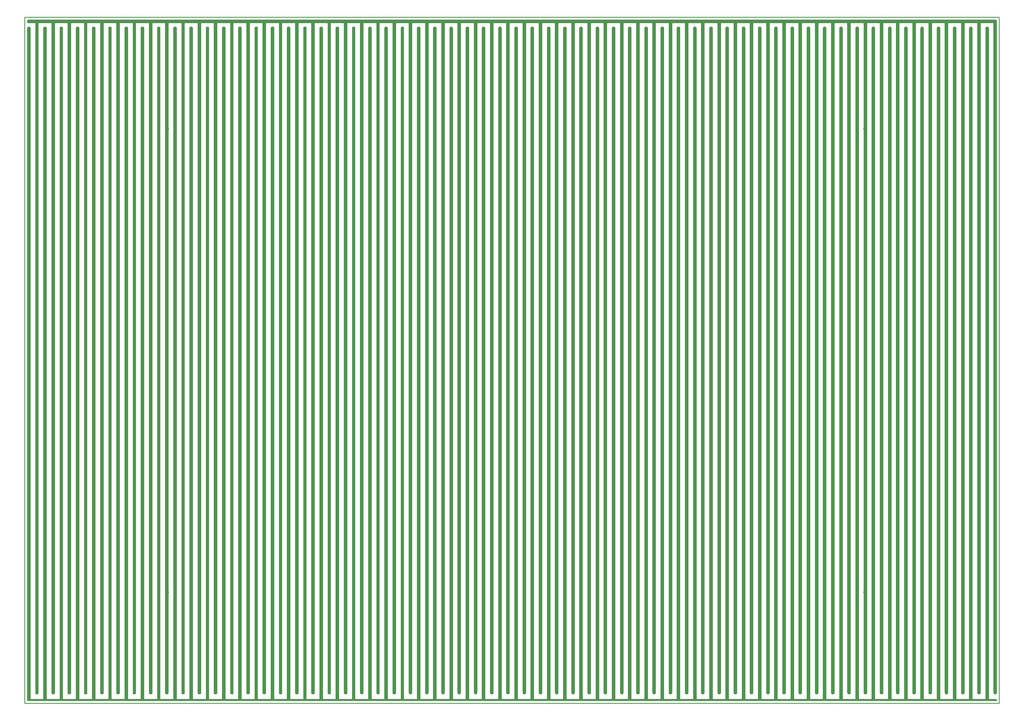
<source format=gtl>
G04 #@! TF.GenerationSoftware,KiCad,Pcbnew,6.0.0-d3dd2cf0fa~116~ubuntu20.04.1*
G04 #@! TF.CreationDate,2022-01-09T22:40:41+01:00*
G04 #@! TF.ProjectId,Statikplatte,53746174-696b-4706-9c61-7474652e6b69,rev?*
G04 #@! TF.SameCoordinates,Original*
G04 #@! TF.FileFunction,Copper,L1,Top*
G04 #@! TF.FilePolarity,Positive*
%FSLAX46Y46*%
G04 Gerber Fmt 4.6, Leading zero omitted, Abs format (unit mm)*
G04 Created by KiCad (PCBNEW 6.0.0-d3dd2cf0fa~116~ubuntu20.04.1) date 2022-01-09 22:40:41*
%MOMM*%
%LPD*%
G01*
G04 APERTURE LIST*
G04 #@! TA.AperFunction,Profile*
%ADD10C,0.150000*%
G04 #@! TD*
G04 #@! TA.AperFunction,ComponentPad*
%ADD11O,0.900000X0.900000*%
G04 #@! TD*
G04 #@! TA.AperFunction,ViaPad*
%ADD12C,0.600000*%
G04 #@! TD*
G04 APERTURE END LIST*
D10*
X15000000Y-15000000D02*
X225000000Y-15000000D01*
X225000000Y-15000000D02*
X225000000Y-163000000D01*
X15000000Y-163000000D02*
X225000000Y-163000000D01*
X15000000Y-15000000D02*
X15000000Y-163000000D01*
D11*
X45625000Y-39000000D03*
X196125000Y-139000000D03*
X196125000Y-39000000D03*
X45625000Y-139000000D03*
D12*
X134880000Y-162100000D03*
X134890000Y-21060000D03*
X105110000Y-15910000D03*
X105120000Y-156250000D03*
G04 #@! TA.AperFunction,Conductor*
G36*
X224212172Y-15502421D02*
G01*
X224290225Y-15517947D01*
X224335642Y-15536759D01*
X224391295Y-15573945D01*
X224426055Y-15608705D01*
X224463241Y-15664358D01*
X224482054Y-15709777D01*
X224497579Y-15787829D01*
X224500000Y-15812410D01*
X224500000Y-160687590D01*
X224497579Y-160712171D01*
X224482054Y-160790223D01*
X224463241Y-160835642D01*
X224426056Y-160891294D01*
X224391295Y-160926055D01*
X224335642Y-160963241D01*
X224290225Y-160982053D01*
X224221876Y-160995649D01*
X224212171Y-160997579D01*
X224187590Y-161000000D01*
X224062410Y-161000000D01*
X224037829Y-160997579D01*
X224028124Y-160995649D01*
X223959775Y-160982053D01*
X223914358Y-160963241D01*
X223858705Y-160926055D01*
X223823944Y-160891294D01*
X223786759Y-160835642D01*
X223767946Y-160790223D01*
X223752421Y-160712171D01*
X223750000Y-160687590D01*
X223750000Y-16250000D01*
X221000000Y-16250000D01*
X221000000Y-160687590D01*
X220997579Y-160712171D01*
X220982054Y-160790223D01*
X220963241Y-160835642D01*
X220926056Y-160891294D01*
X220891295Y-160926055D01*
X220835642Y-160963241D01*
X220790225Y-160982053D01*
X220721876Y-160995649D01*
X220712171Y-160997579D01*
X220687590Y-161000000D01*
X220562410Y-161000000D01*
X220537829Y-160997579D01*
X220528124Y-160995649D01*
X220459775Y-160982053D01*
X220414358Y-160963241D01*
X220358705Y-160926055D01*
X220323944Y-160891294D01*
X220286759Y-160835642D01*
X220267946Y-160790223D01*
X220252421Y-160712171D01*
X220250000Y-160687590D01*
X220250000Y-16250000D01*
X217500000Y-16250000D01*
X217500000Y-160687590D01*
X217497579Y-160712171D01*
X217482054Y-160790223D01*
X217463241Y-160835642D01*
X217426056Y-160891294D01*
X217391295Y-160926055D01*
X217335642Y-160963241D01*
X217290225Y-160982053D01*
X217221876Y-160995649D01*
X217212171Y-160997579D01*
X217187590Y-161000000D01*
X217062410Y-161000000D01*
X217037829Y-160997579D01*
X217028124Y-160995649D01*
X216959775Y-160982053D01*
X216914358Y-160963241D01*
X216858705Y-160926055D01*
X216823944Y-160891294D01*
X216786759Y-160835642D01*
X216767946Y-160790223D01*
X216752421Y-160712171D01*
X216750000Y-160687590D01*
X216750000Y-16250000D01*
X214000000Y-16250000D01*
X214000000Y-160687590D01*
X213997579Y-160712171D01*
X213982054Y-160790223D01*
X213963241Y-160835642D01*
X213926056Y-160891294D01*
X213891295Y-160926055D01*
X213835642Y-160963241D01*
X213790225Y-160982053D01*
X213721876Y-160995649D01*
X213712171Y-160997579D01*
X213687590Y-161000000D01*
X213562410Y-161000000D01*
X213537829Y-160997579D01*
X213528124Y-160995649D01*
X213459775Y-160982053D01*
X213414358Y-160963241D01*
X213358705Y-160926055D01*
X213323944Y-160891294D01*
X213286759Y-160835642D01*
X213267946Y-160790223D01*
X213252421Y-160712171D01*
X213250000Y-160687590D01*
X213250000Y-16250000D01*
X210500000Y-16250000D01*
X210500000Y-160687590D01*
X210497579Y-160712171D01*
X210482054Y-160790223D01*
X210463241Y-160835642D01*
X210426056Y-160891294D01*
X210391295Y-160926055D01*
X210335642Y-160963241D01*
X210290225Y-160982053D01*
X210221876Y-160995649D01*
X210212171Y-160997579D01*
X210187590Y-161000000D01*
X210062410Y-161000000D01*
X210037829Y-160997579D01*
X210028124Y-160995649D01*
X209959775Y-160982053D01*
X209914358Y-160963241D01*
X209858705Y-160926055D01*
X209823944Y-160891294D01*
X209786759Y-160835642D01*
X209767946Y-160790223D01*
X209752421Y-160712171D01*
X209750000Y-160687590D01*
X209750000Y-16250000D01*
X207000000Y-16250000D01*
X207000000Y-160687590D01*
X206997579Y-160712171D01*
X206982054Y-160790223D01*
X206963241Y-160835642D01*
X206926056Y-160891294D01*
X206891295Y-160926055D01*
X206835642Y-160963241D01*
X206790225Y-160982053D01*
X206721876Y-160995649D01*
X206712171Y-160997579D01*
X206687590Y-161000000D01*
X206562410Y-161000000D01*
X206537829Y-160997579D01*
X206528124Y-160995649D01*
X206459775Y-160982053D01*
X206414358Y-160963241D01*
X206358705Y-160926055D01*
X206323944Y-160891294D01*
X206286759Y-160835642D01*
X206267946Y-160790223D01*
X206252421Y-160712171D01*
X206250000Y-160687590D01*
X206250000Y-16250000D01*
X203500000Y-16250000D01*
X203500000Y-160687590D01*
X203497579Y-160712171D01*
X203482054Y-160790223D01*
X203463241Y-160835642D01*
X203426056Y-160891294D01*
X203391295Y-160926055D01*
X203335642Y-160963241D01*
X203290225Y-160982053D01*
X203221876Y-160995649D01*
X203212171Y-160997579D01*
X203187590Y-161000000D01*
X203062410Y-161000000D01*
X203037829Y-160997579D01*
X203028124Y-160995649D01*
X202959775Y-160982053D01*
X202914358Y-160963241D01*
X202858705Y-160926055D01*
X202823944Y-160891294D01*
X202786759Y-160835642D01*
X202767946Y-160790223D01*
X202752421Y-160712171D01*
X202750000Y-160687590D01*
X202750000Y-16250000D01*
X200000000Y-16250000D01*
X200000000Y-160687590D01*
X199997579Y-160712171D01*
X199982054Y-160790223D01*
X199963241Y-160835642D01*
X199926056Y-160891294D01*
X199891295Y-160926055D01*
X199835642Y-160963241D01*
X199790225Y-160982053D01*
X199721876Y-160995649D01*
X199712171Y-160997579D01*
X199687590Y-161000000D01*
X199562410Y-161000000D01*
X199537829Y-160997579D01*
X199528124Y-160995649D01*
X199459775Y-160982053D01*
X199414358Y-160963241D01*
X199358705Y-160926055D01*
X199323944Y-160891294D01*
X199286759Y-160835642D01*
X199267946Y-160790223D01*
X199252421Y-160712171D01*
X199250000Y-160687590D01*
X199250000Y-16250000D01*
X196500000Y-16250000D01*
X196500000Y-160687590D01*
X196497579Y-160712171D01*
X196482054Y-160790223D01*
X196463241Y-160835642D01*
X196426056Y-160891294D01*
X196391295Y-160926055D01*
X196335642Y-160963241D01*
X196290225Y-160982053D01*
X196221876Y-160995649D01*
X196212171Y-160997579D01*
X196187590Y-161000000D01*
X196062410Y-161000000D01*
X196037829Y-160997579D01*
X196028124Y-160995649D01*
X195959775Y-160982053D01*
X195914358Y-160963241D01*
X195858705Y-160926055D01*
X195823944Y-160891294D01*
X195786759Y-160835642D01*
X195767946Y-160790223D01*
X195752421Y-160712171D01*
X195750000Y-160687590D01*
X195750000Y-16250000D01*
X193000000Y-16250000D01*
X193000000Y-160687590D01*
X192997579Y-160712171D01*
X192982054Y-160790223D01*
X192963241Y-160835642D01*
X192926056Y-160891294D01*
X192891295Y-160926055D01*
X192835642Y-160963241D01*
X192790225Y-160982053D01*
X192721876Y-160995649D01*
X192712171Y-160997579D01*
X192687590Y-161000000D01*
X192562410Y-161000000D01*
X192537829Y-160997579D01*
X192528124Y-160995649D01*
X192459775Y-160982053D01*
X192414358Y-160963241D01*
X192358705Y-160926055D01*
X192323944Y-160891294D01*
X192286759Y-160835642D01*
X192267946Y-160790223D01*
X192252421Y-160712171D01*
X192250000Y-160687590D01*
X192250000Y-16250000D01*
X189500000Y-16250000D01*
X189500000Y-160687590D01*
X189497579Y-160712171D01*
X189482054Y-160790223D01*
X189463241Y-160835642D01*
X189426056Y-160891294D01*
X189391295Y-160926055D01*
X189335642Y-160963241D01*
X189290225Y-160982053D01*
X189221876Y-160995649D01*
X189212171Y-160997579D01*
X189187590Y-161000000D01*
X189062410Y-161000000D01*
X189037829Y-160997579D01*
X189028124Y-160995649D01*
X188959775Y-160982053D01*
X188914358Y-160963241D01*
X188858705Y-160926055D01*
X188823944Y-160891294D01*
X188786759Y-160835642D01*
X188767946Y-160790223D01*
X188752421Y-160712171D01*
X188750000Y-160687590D01*
X188750000Y-16250000D01*
X186000000Y-16250000D01*
X186000000Y-160687590D01*
X185997579Y-160712171D01*
X185982054Y-160790223D01*
X185963241Y-160835642D01*
X185926056Y-160891294D01*
X185891295Y-160926055D01*
X185835642Y-160963241D01*
X185790225Y-160982053D01*
X185721876Y-160995649D01*
X185712171Y-160997579D01*
X185687590Y-161000000D01*
X185562410Y-161000000D01*
X185537829Y-160997579D01*
X185528124Y-160995649D01*
X185459775Y-160982053D01*
X185414358Y-160963241D01*
X185358705Y-160926055D01*
X185323944Y-160891294D01*
X185286759Y-160835642D01*
X185267946Y-160790223D01*
X185252421Y-160712171D01*
X185250000Y-160687590D01*
X185250000Y-16250000D01*
X182500000Y-16250000D01*
X182500000Y-160687590D01*
X182497579Y-160712171D01*
X182482054Y-160790223D01*
X182463241Y-160835642D01*
X182426056Y-160891294D01*
X182391295Y-160926055D01*
X182335642Y-160963241D01*
X182290225Y-160982053D01*
X182221876Y-160995649D01*
X182212171Y-160997579D01*
X182187590Y-161000000D01*
X182062410Y-161000000D01*
X182037829Y-160997579D01*
X182028124Y-160995649D01*
X181959775Y-160982053D01*
X181914358Y-160963241D01*
X181858705Y-160926055D01*
X181823944Y-160891294D01*
X181786759Y-160835642D01*
X181767946Y-160790223D01*
X181752421Y-160712171D01*
X181750000Y-160687590D01*
X181750000Y-16250000D01*
X179000000Y-16250000D01*
X179000000Y-160687590D01*
X178997579Y-160712171D01*
X178982054Y-160790223D01*
X178963241Y-160835642D01*
X178926056Y-160891294D01*
X178891295Y-160926055D01*
X178835642Y-160963241D01*
X178790225Y-160982053D01*
X178721876Y-160995649D01*
X178712171Y-160997579D01*
X178687590Y-161000000D01*
X178562410Y-161000000D01*
X178537829Y-160997579D01*
X178528124Y-160995649D01*
X178459775Y-160982053D01*
X178414358Y-160963241D01*
X178358705Y-160926055D01*
X178323944Y-160891294D01*
X178286759Y-160835642D01*
X178267946Y-160790223D01*
X178252421Y-160712171D01*
X178250000Y-160687590D01*
X178250000Y-16250000D01*
X175500000Y-16250000D01*
X175500000Y-160687590D01*
X175497579Y-160712171D01*
X175482054Y-160790223D01*
X175463241Y-160835642D01*
X175426056Y-160891294D01*
X175391295Y-160926055D01*
X175335642Y-160963241D01*
X175290225Y-160982053D01*
X175221876Y-160995649D01*
X175212171Y-160997579D01*
X175187590Y-161000000D01*
X175062410Y-161000000D01*
X175037829Y-160997579D01*
X175028124Y-160995649D01*
X174959775Y-160982053D01*
X174914358Y-160963241D01*
X174858705Y-160926055D01*
X174823944Y-160891294D01*
X174786759Y-160835642D01*
X174767946Y-160790223D01*
X174752421Y-160712171D01*
X174750000Y-160687590D01*
X174750000Y-16250000D01*
X172000000Y-16250000D01*
X172000000Y-160687590D01*
X171997579Y-160712171D01*
X171982054Y-160790223D01*
X171963241Y-160835642D01*
X171926056Y-160891294D01*
X171891295Y-160926055D01*
X171835642Y-160963241D01*
X171790225Y-160982053D01*
X171721876Y-160995649D01*
X171712171Y-160997579D01*
X171687590Y-161000000D01*
X171562410Y-161000000D01*
X171537829Y-160997579D01*
X171528124Y-160995649D01*
X171459775Y-160982053D01*
X171414358Y-160963241D01*
X171358705Y-160926055D01*
X171323944Y-160891294D01*
X171286759Y-160835642D01*
X171267946Y-160790223D01*
X171252421Y-160712171D01*
X171250000Y-160687590D01*
X171250000Y-16250000D01*
X168500000Y-16250000D01*
X168500000Y-160687590D01*
X168497579Y-160712171D01*
X168482054Y-160790223D01*
X168463241Y-160835642D01*
X168426056Y-160891294D01*
X168391295Y-160926055D01*
X168335642Y-160963241D01*
X168290225Y-160982053D01*
X168221876Y-160995649D01*
X168212171Y-160997579D01*
X168187590Y-161000000D01*
X168062410Y-161000000D01*
X168037829Y-160997579D01*
X168028124Y-160995649D01*
X167959775Y-160982053D01*
X167914358Y-160963241D01*
X167858705Y-160926055D01*
X167823944Y-160891294D01*
X167786759Y-160835642D01*
X167767946Y-160790223D01*
X167752421Y-160712171D01*
X167750000Y-160687590D01*
X167750000Y-16250000D01*
X165000000Y-16250000D01*
X165000000Y-160687590D01*
X164997579Y-160712171D01*
X164982054Y-160790223D01*
X164963241Y-160835642D01*
X164926056Y-160891294D01*
X164891295Y-160926055D01*
X164835642Y-160963241D01*
X164790225Y-160982053D01*
X164721876Y-160995649D01*
X164712171Y-160997579D01*
X164687590Y-161000000D01*
X164562410Y-161000000D01*
X164537829Y-160997579D01*
X164528124Y-160995649D01*
X164459775Y-160982053D01*
X164414358Y-160963241D01*
X164358705Y-160926055D01*
X164323944Y-160891294D01*
X164286759Y-160835642D01*
X164267946Y-160790223D01*
X164252421Y-160712171D01*
X164250000Y-160687590D01*
X164250000Y-16250000D01*
X161500000Y-16250000D01*
X161500000Y-160687590D01*
X161497579Y-160712171D01*
X161482054Y-160790223D01*
X161463241Y-160835642D01*
X161426056Y-160891294D01*
X161391295Y-160926055D01*
X161335642Y-160963241D01*
X161290225Y-160982053D01*
X161221876Y-160995649D01*
X161212171Y-160997579D01*
X161187590Y-161000000D01*
X161062410Y-161000000D01*
X161037829Y-160997579D01*
X161028124Y-160995649D01*
X160959775Y-160982053D01*
X160914358Y-160963241D01*
X160858705Y-160926055D01*
X160823944Y-160891294D01*
X160786759Y-160835642D01*
X160767946Y-160790223D01*
X160752421Y-160712171D01*
X160750000Y-160687590D01*
X160750000Y-16250000D01*
X158000000Y-16250000D01*
X158000000Y-160687590D01*
X157997579Y-160712171D01*
X157982054Y-160790223D01*
X157963241Y-160835642D01*
X157926056Y-160891294D01*
X157891295Y-160926055D01*
X157835642Y-160963241D01*
X157790225Y-160982053D01*
X157721876Y-160995649D01*
X157712171Y-160997579D01*
X157687590Y-161000000D01*
X157562410Y-161000000D01*
X157537829Y-160997579D01*
X157528124Y-160995649D01*
X157459775Y-160982053D01*
X157414358Y-160963241D01*
X157358705Y-160926055D01*
X157323944Y-160891294D01*
X157286759Y-160835642D01*
X157267946Y-160790223D01*
X157252421Y-160712171D01*
X157250000Y-160687590D01*
X157250000Y-16250000D01*
X154500000Y-16250000D01*
X154500000Y-160687590D01*
X154497579Y-160712171D01*
X154482054Y-160790223D01*
X154463241Y-160835642D01*
X154426056Y-160891294D01*
X154391295Y-160926055D01*
X154335642Y-160963241D01*
X154290225Y-160982053D01*
X154221876Y-160995649D01*
X154212171Y-160997579D01*
X154187590Y-161000000D01*
X154062410Y-161000000D01*
X154037829Y-160997579D01*
X154028124Y-160995649D01*
X153959775Y-160982053D01*
X153914358Y-160963241D01*
X153858705Y-160926055D01*
X153823944Y-160891294D01*
X153786759Y-160835642D01*
X153767946Y-160790223D01*
X153752421Y-160712171D01*
X153750000Y-160687590D01*
X153750000Y-16250000D01*
X151000000Y-16250000D01*
X151000000Y-160687590D01*
X150997579Y-160712171D01*
X150982054Y-160790223D01*
X150963241Y-160835642D01*
X150926056Y-160891294D01*
X150891295Y-160926055D01*
X150835642Y-160963241D01*
X150790225Y-160982053D01*
X150721876Y-160995649D01*
X150712171Y-160997579D01*
X150687590Y-161000000D01*
X150562410Y-161000000D01*
X150537829Y-160997579D01*
X150528124Y-160995649D01*
X150459775Y-160982053D01*
X150414358Y-160963241D01*
X150358705Y-160926055D01*
X150323944Y-160891294D01*
X150286759Y-160835642D01*
X150267946Y-160790223D01*
X150252421Y-160712171D01*
X150250000Y-160687590D01*
X150250000Y-16250000D01*
X147500000Y-16250000D01*
X147500000Y-160687590D01*
X147497579Y-160712171D01*
X147482054Y-160790223D01*
X147463241Y-160835642D01*
X147426056Y-160891294D01*
X147391295Y-160926055D01*
X147335642Y-160963241D01*
X147290225Y-160982053D01*
X147221876Y-160995649D01*
X147212171Y-160997579D01*
X147187590Y-161000000D01*
X147062410Y-161000000D01*
X147037829Y-160997579D01*
X147028124Y-160995649D01*
X146959775Y-160982053D01*
X146914358Y-160963241D01*
X146858705Y-160926055D01*
X146823944Y-160891294D01*
X146786759Y-160835642D01*
X146767946Y-160790223D01*
X146752421Y-160712171D01*
X146750000Y-160687590D01*
X146750000Y-16250000D01*
X144000000Y-16250000D01*
X144000000Y-160687590D01*
X143997579Y-160712171D01*
X143982054Y-160790223D01*
X143963241Y-160835642D01*
X143926056Y-160891294D01*
X143891295Y-160926055D01*
X143835642Y-160963241D01*
X143790225Y-160982053D01*
X143721876Y-160995649D01*
X143712171Y-160997579D01*
X143687590Y-161000000D01*
X143562410Y-161000000D01*
X143537829Y-160997579D01*
X143528124Y-160995649D01*
X143459775Y-160982053D01*
X143414358Y-160963241D01*
X143358705Y-160926055D01*
X143323944Y-160891294D01*
X143286759Y-160835642D01*
X143267946Y-160790223D01*
X143252421Y-160712171D01*
X143250000Y-160687590D01*
X143250000Y-16250000D01*
X140500000Y-16250000D01*
X140500000Y-160687590D01*
X140497579Y-160712171D01*
X140482054Y-160790223D01*
X140463241Y-160835642D01*
X140426056Y-160891294D01*
X140391295Y-160926055D01*
X140335642Y-160963241D01*
X140290225Y-160982053D01*
X140221876Y-160995649D01*
X140212171Y-160997579D01*
X140187590Y-161000000D01*
X140062410Y-161000000D01*
X140037829Y-160997579D01*
X140028124Y-160995649D01*
X139959775Y-160982053D01*
X139914358Y-160963241D01*
X139858705Y-160926055D01*
X139823944Y-160891294D01*
X139786759Y-160835642D01*
X139767946Y-160790223D01*
X139752421Y-160712171D01*
X139750000Y-160687590D01*
X139750000Y-16250000D01*
X137000000Y-16250000D01*
X137000000Y-160687590D01*
X136997579Y-160712171D01*
X136982054Y-160790223D01*
X136963241Y-160835642D01*
X136926056Y-160891294D01*
X136891295Y-160926055D01*
X136835642Y-160963241D01*
X136790225Y-160982053D01*
X136721876Y-160995649D01*
X136712171Y-160997579D01*
X136687590Y-161000000D01*
X136562410Y-161000000D01*
X136537829Y-160997579D01*
X136528124Y-160995649D01*
X136459775Y-160982053D01*
X136414358Y-160963241D01*
X136358705Y-160926055D01*
X136323944Y-160891294D01*
X136286759Y-160835642D01*
X136267946Y-160790223D01*
X136252421Y-160712171D01*
X136250000Y-160687590D01*
X136250000Y-16250000D01*
X133500000Y-16250000D01*
X133500000Y-160687590D01*
X133497579Y-160712171D01*
X133482054Y-160790223D01*
X133463241Y-160835642D01*
X133426056Y-160891294D01*
X133391295Y-160926055D01*
X133335642Y-160963241D01*
X133290225Y-160982053D01*
X133221876Y-160995649D01*
X133212171Y-160997579D01*
X133187590Y-161000000D01*
X133062410Y-161000000D01*
X133037829Y-160997579D01*
X133028124Y-160995649D01*
X132959775Y-160982053D01*
X132914358Y-160963241D01*
X132858705Y-160926055D01*
X132823944Y-160891294D01*
X132786759Y-160835642D01*
X132767946Y-160790223D01*
X132752421Y-160712171D01*
X132750000Y-160687590D01*
X132750000Y-16250000D01*
X130000000Y-16250000D01*
X130000000Y-160687590D01*
X129997579Y-160712171D01*
X129982054Y-160790223D01*
X129963241Y-160835642D01*
X129926056Y-160891294D01*
X129891295Y-160926055D01*
X129835642Y-160963241D01*
X129790225Y-160982053D01*
X129721876Y-160995649D01*
X129712171Y-160997579D01*
X129687590Y-161000000D01*
X129562410Y-161000000D01*
X129537829Y-160997579D01*
X129528124Y-160995649D01*
X129459775Y-160982053D01*
X129414358Y-160963241D01*
X129358705Y-160926055D01*
X129323944Y-160891294D01*
X129286759Y-160835642D01*
X129267946Y-160790223D01*
X129252421Y-160712171D01*
X129250000Y-160687590D01*
X129250000Y-16250000D01*
X126500000Y-16250000D01*
X126500000Y-160687590D01*
X126497579Y-160712171D01*
X126482054Y-160790223D01*
X126463241Y-160835642D01*
X126426056Y-160891294D01*
X126391295Y-160926055D01*
X126335642Y-160963241D01*
X126290225Y-160982053D01*
X126221876Y-160995649D01*
X126212171Y-160997579D01*
X126187590Y-161000000D01*
X126062410Y-161000000D01*
X126037829Y-160997579D01*
X126028124Y-160995649D01*
X125959775Y-160982053D01*
X125914358Y-160963241D01*
X125858705Y-160926055D01*
X125823944Y-160891294D01*
X125786759Y-160835642D01*
X125767946Y-160790223D01*
X125752421Y-160712171D01*
X125750000Y-160687590D01*
X125750000Y-16250000D01*
X123000000Y-16250000D01*
X123000000Y-160687590D01*
X122997579Y-160712171D01*
X122982054Y-160790223D01*
X122963241Y-160835642D01*
X122926056Y-160891294D01*
X122891295Y-160926055D01*
X122835642Y-160963241D01*
X122790225Y-160982053D01*
X122721876Y-160995649D01*
X122712171Y-160997579D01*
X122687590Y-161000000D01*
X122562410Y-161000000D01*
X122537829Y-160997579D01*
X122528124Y-160995649D01*
X122459775Y-160982053D01*
X122414358Y-160963241D01*
X122358705Y-160926055D01*
X122323944Y-160891294D01*
X122286759Y-160835642D01*
X122267946Y-160790223D01*
X122252421Y-160712171D01*
X122250000Y-160687590D01*
X122250000Y-16250000D01*
X119500000Y-16250000D01*
X119500000Y-160687590D01*
X119497579Y-160712171D01*
X119482054Y-160790223D01*
X119463241Y-160835642D01*
X119426056Y-160891294D01*
X119391295Y-160926055D01*
X119335642Y-160963241D01*
X119290225Y-160982053D01*
X119221876Y-160995649D01*
X119212171Y-160997579D01*
X119187590Y-161000000D01*
X119062410Y-161000000D01*
X119037829Y-160997579D01*
X119028124Y-160995649D01*
X118959775Y-160982053D01*
X118914358Y-160963241D01*
X118858705Y-160926055D01*
X118823944Y-160891294D01*
X118786759Y-160835642D01*
X118767946Y-160790223D01*
X118752421Y-160712171D01*
X118750000Y-160687590D01*
X118750000Y-16250000D01*
X116000000Y-16250000D01*
X116000000Y-160687590D01*
X115997579Y-160712171D01*
X115982054Y-160790223D01*
X115963241Y-160835642D01*
X115926056Y-160891294D01*
X115891295Y-160926055D01*
X115835642Y-160963241D01*
X115790225Y-160982053D01*
X115721876Y-160995649D01*
X115712171Y-160997579D01*
X115687590Y-161000000D01*
X115562410Y-161000000D01*
X115537829Y-160997579D01*
X115528124Y-160995649D01*
X115459775Y-160982053D01*
X115414358Y-160963241D01*
X115358705Y-160926055D01*
X115323944Y-160891294D01*
X115286759Y-160835642D01*
X115267946Y-160790223D01*
X115252421Y-160712171D01*
X115250000Y-160687590D01*
X115250000Y-16250000D01*
X112500000Y-16250000D01*
X112500000Y-160687590D01*
X112497579Y-160712171D01*
X112482054Y-160790223D01*
X112463241Y-160835642D01*
X112426056Y-160891294D01*
X112391295Y-160926055D01*
X112335642Y-160963241D01*
X112290225Y-160982053D01*
X112221876Y-160995649D01*
X112212171Y-160997579D01*
X112187590Y-161000000D01*
X112062410Y-161000000D01*
X112037829Y-160997579D01*
X112028124Y-160995649D01*
X111959775Y-160982053D01*
X111914358Y-160963241D01*
X111858705Y-160926055D01*
X111823944Y-160891294D01*
X111786759Y-160835642D01*
X111767946Y-160790223D01*
X111752421Y-160712171D01*
X111750000Y-160687590D01*
X111750000Y-16250000D01*
X109000000Y-16250000D01*
X109000000Y-160687590D01*
X108997579Y-160712171D01*
X108982054Y-160790223D01*
X108963241Y-160835642D01*
X108926056Y-160891294D01*
X108891295Y-160926055D01*
X108835642Y-160963241D01*
X108790225Y-160982053D01*
X108721876Y-160995649D01*
X108712171Y-160997579D01*
X108687590Y-161000000D01*
X108562410Y-161000000D01*
X108537829Y-160997579D01*
X108528124Y-160995649D01*
X108459775Y-160982053D01*
X108414358Y-160963241D01*
X108358705Y-160926055D01*
X108323944Y-160891294D01*
X108286759Y-160835642D01*
X108267946Y-160790223D01*
X108252421Y-160712171D01*
X108250000Y-160687590D01*
X108250000Y-16250000D01*
X105500000Y-16250000D01*
X105500000Y-160687590D01*
X105497579Y-160712171D01*
X105482054Y-160790223D01*
X105463241Y-160835642D01*
X105426056Y-160891294D01*
X105391295Y-160926055D01*
X105335642Y-160963241D01*
X105290225Y-160982053D01*
X105221876Y-160995649D01*
X105212171Y-160997579D01*
X105187590Y-161000000D01*
X105062410Y-161000000D01*
X105037829Y-160997579D01*
X105028124Y-160995649D01*
X104959775Y-160982053D01*
X104914358Y-160963241D01*
X104858705Y-160926055D01*
X104823944Y-160891294D01*
X104786759Y-160835642D01*
X104767946Y-160790223D01*
X104752421Y-160712171D01*
X104750000Y-160687590D01*
X104750000Y-16250000D01*
X102000000Y-16250000D01*
X102000000Y-160687590D01*
X101997579Y-160712171D01*
X101982054Y-160790223D01*
X101963241Y-160835642D01*
X101926056Y-160891294D01*
X101891295Y-160926055D01*
X101835642Y-160963241D01*
X101790225Y-160982053D01*
X101721876Y-160995649D01*
X101712171Y-160997579D01*
X101687590Y-161000000D01*
X101562410Y-161000000D01*
X101537829Y-160997579D01*
X101528124Y-160995649D01*
X101459775Y-160982053D01*
X101414358Y-160963241D01*
X101358705Y-160926055D01*
X101323944Y-160891294D01*
X101286759Y-160835642D01*
X101267946Y-160790223D01*
X101252421Y-160712171D01*
X101250000Y-160687590D01*
X101250000Y-16250000D01*
X98500000Y-16250000D01*
X98500000Y-160687590D01*
X98497579Y-160712171D01*
X98482054Y-160790223D01*
X98463241Y-160835642D01*
X98426056Y-160891294D01*
X98391295Y-160926055D01*
X98335642Y-160963241D01*
X98290225Y-160982053D01*
X98221876Y-160995649D01*
X98212171Y-160997579D01*
X98187590Y-161000000D01*
X98062410Y-161000000D01*
X98037829Y-160997579D01*
X98028124Y-160995649D01*
X97959775Y-160982053D01*
X97914358Y-160963241D01*
X97858705Y-160926055D01*
X97823944Y-160891294D01*
X97786759Y-160835642D01*
X97767946Y-160790223D01*
X97752421Y-160712171D01*
X97750000Y-160687590D01*
X97750000Y-16250000D01*
X95000000Y-16250000D01*
X95000000Y-160687590D01*
X94997579Y-160712171D01*
X94982054Y-160790223D01*
X94963241Y-160835642D01*
X94926056Y-160891294D01*
X94891295Y-160926055D01*
X94835642Y-160963241D01*
X94790225Y-160982053D01*
X94721876Y-160995649D01*
X94712171Y-160997579D01*
X94687590Y-161000000D01*
X94562410Y-161000000D01*
X94537829Y-160997579D01*
X94528124Y-160995649D01*
X94459775Y-160982053D01*
X94414358Y-160963241D01*
X94358705Y-160926055D01*
X94323944Y-160891294D01*
X94286759Y-160835642D01*
X94267946Y-160790223D01*
X94252421Y-160712171D01*
X94250000Y-160687590D01*
X94250000Y-16250000D01*
X91500000Y-16250000D01*
X91500000Y-160687590D01*
X91497579Y-160712171D01*
X91482054Y-160790223D01*
X91463241Y-160835642D01*
X91426056Y-160891294D01*
X91391295Y-160926055D01*
X91335642Y-160963241D01*
X91290225Y-160982053D01*
X91221876Y-160995649D01*
X91212171Y-160997579D01*
X91187590Y-161000000D01*
X91062410Y-161000000D01*
X91037829Y-160997579D01*
X91028124Y-160995649D01*
X90959775Y-160982053D01*
X90914358Y-160963241D01*
X90858705Y-160926055D01*
X90823944Y-160891294D01*
X90786759Y-160835642D01*
X90767946Y-160790223D01*
X90752421Y-160712171D01*
X90750000Y-160687590D01*
X90750000Y-16250000D01*
X88000000Y-16250000D01*
X88000000Y-160687590D01*
X87997579Y-160712171D01*
X87982054Y-160790223D01*
X87963241Y-160835642D01*
X87926056Y-160891294D01*
X87891295Y-160926055D01*
X87835642Y-160963241D01*
X87790225Y-160982053D01*
X87721876Y-160995649D01*
X87712171Y-160997579D01*
X87687590Y-161000000D01*
X87562410Y-161000000D01*
X87537829Y-160997579D01*
X87528124Y-160995649D01*
X87459775Y-160982053D01*
X87414358Y-160963241D01*
X87358705Y-160926055D01*
X87323944Y-160891294D01*
X87286759Y-160835642D01*
X87267946Y-160790223D01*
X87252421Y-160712171D01*
X87250000Y-160687590D01*
X87250000Y-16250000D01*
X84500000Y-16250000D01*
X84500000Y-160687590D01*
X84497579Y-160712171D01*
X84482054Y-160790223D01*
X84463241Y-160835642D01*
X84426056Y-160891294D01*
X84391295Y-160926055D01*
X84335642Y-160963241D01*
X84290225Y-160982053D01*
X84221876Y-160995649D01*
X84212171Y-160997579D01*
X84187590Y-161000000D01*
X84062410Y-161000000D01*
X84037829Y-160997579D01*
X84028124Y-160995649D01*
X83959775Y-160982053D01*
X83914358Y-160963241D01*
X83858705Y-160926055D01*
X83823944Y-160891294D01*
X83786759Y-160835642D01*
X83767946Y-160790223D01*
X83752421Y-160712171D01*
X83750000Y-160687590D01*
X83750000Y-16250000D01*
X81000000Y-16250000D01*
X81000000Y-160687590D01*
X80997579Y-160712171D01*
X80982054Y-160790223D01*
X80963241Y-160835642D01*
X80926056Y-160891294D01*
X80891295Y-160926055D01*
X80835642Y-160963241D01*
X80790225Y-160982053D01*
X80721876Y-160995649D01*
X80712171Y-160997579D01*
X80687590Y-161000000D01*
X80562410Y-161000000D01*
X80537829Y-160997579D01*
X80528124Y-160995649D01*
X80459775Y-160982053D01*
X80414358Y-160963241D01*
X80358705Y-160926055D01*
X80323944Y-160891294D01*
X80286759Y-160835642D01*
X80267946Y-160790223D01*
X80252421Y-160712171D01*
X80250000Y-160687590D01*
X80250000Y-16250000D01*
X77500000Y-16250000D01*
X77500000Y-160687590D01*
X77497579Y-160712171D01*
X77482054Y-160790223D01*
X77463241Y-160835642D01*
X77426056Y-160891294D01*
X77391295Y-160926055D01*
X77335642Y-160963241D01*
X77290225Y-160982053D01*
X77221876Y-160995649D01*
X77212171Y-160997579D01*
X77187590Y-161000000D01*
X77062410Y-161000000D01*
X77037829Y-160997579D01*
X77028124Y-160995649D01*
X76959775Y-160982053D01*
X76914358Y-160963241D01*
X76858705Y-160926055D01*
X76823944Y-160891294D01*
X76786759Y-160835642D01*
X76767946Y-160790223D01*
X76752421Y-160712171D01*
X76750000Y-160687590D01*
X76750000Y-16250000D01*
X74000000Y-16250000D01*
X74000000Y-160687590D01*
X73997579Y-160712171D01*
X73982054Y-160790223D01*
X73963241Y-160835642D01*
X73926056Y-160891294D01*
X73891295Y-160926055D01*
X73835642Y-160963241D01*
X73790225Y-160982053D01*
X73721876Y-160995649D01*
X73712171Y-160997579D01*
X73687590Y-161000000D01*
X73562410Y-161000000D01*
X73537829Y-160997579D01*
X73528124Y-160995649D01*
X73459775Y-160982053D01*
X73414358Y-160963241D01*
X73358705Y-160926055D01*
X73323944Y-160891294D01*
X73286759Y-160835642D01*
X73267946Y-160790223D01*
X73252421Y-160712171D01*
X73250000Y-160687590D01*
X73250000Y-16250000D01*
X70500000Y-16250000D01*
X70500000Y-160687590D01*
X70497579Y-160712171D01*
X70482054Y-160790223D01*
X70463241Y-160835642D01*
X70426056Y-160891294D01*
X70391295Y-160926055D01*
X70335642Y-160963241D01*
X70290225Y-160982053D01*
X70221876Y-160995649D01*
X70212171Y-160997579D01*
X70187590Y-161000000D01*
X70062410Y-161000000D01*
X70037829Y-160997579D01*
X70028124Y-160995649D01*
X69959775Y-160982053D01*
X69914358Y-160963241D01*
X69858705Y-160926055D01*
X69823944Y-160891294D01*
X69786759Y-160835642D01*
X69767946Y-160790223D01*
X69752421Y-160712171D01*
X69750000Y-160687590D01*
X69750000Y-16250000D01*
X67000000Y-16250000D01*
X67000000Y-160687590D01*
X66997579Y-160712171D01*
X66982054Y-160790223D01*
X66963241Y-160835642D01*
X66926056Y-160891294D01*
X66891295Y-160926055D01*
X66835642Y-160963241D01*
X66790225Y-160982053D01*
X66721876Y-160995649D01*
X66712171Y-160997579D01*
X66687590Y-161000000D01*
X66562410Y-161000000D01*
X66537829Y-160997579D01*
X66528124Y-160995649D01*
X66459775Y-160982053D01*
X66414358Y-160963241D01*
X66358705Y-160926055D01*
X66323944Y-160891294D01*
X66286759Y-160835642D01*
X66267946Y-160790223D01*
X66252421Y-160712171D01*
X66250000Y-160687590D01*
X66250000Y-16250000D01*
X63500000Y-16250000D01*
X63500000Y-160687590D01*
X63497579Y-160712171D01*
X63482054Y-160790223D01*
X63463241Y-160835642D01*
X63426056Y-160891294D01*
X63391295Y-160926055D01*
X63335642Y-160963241D01*
X63290225Y-160982053D01*
X63221876Y-160995649D01*
X63212171Y-160997579D01*
X63187590Y-161000000D01*
X63062410Y-161000000D01*
X63037829Y-160997579D01*
X63028124Y-160995649D01*
X62959775Y-160982053D01*
X62914358Y-160963241D01*
X62858705Y-160926055D01*
X62823944Y-160891294D01*
X62786759Y-160835642D01*
X62767946Y-160790223D01*
X62752421Y-160712171D01*
X62750000Y-160687590D01*
X62750000Y-16250000D01*
X60000000Y-16250000D01*
X60000000Y-160687590D01*
X59997579Y-160712171D01*
X59982054Y-160790223D01*
X59963241Y-160835642D01*
X59926056Y-160891294D01*
X59891295Y-160926055D01*
X59835642Y-160963241D01*
X59790225Y-160982053D01*
X59721876Y-160995649D01*
X59712171Y-160997579D01*
X59687590Y-161000000D01*
X59562410Y-161000000D01*
X59537829Y-160997579D01*
X59528124Y-160995649D01*
X59459775Y-160982053D01*
X59414358Y-160963241D01*
X59358705Y-160926055D01*
X59323944Y-160891294D01*
X59286759Y-160835642D01*
X59267946Y-160790223D01*
X59252421Y-160712171D01*
X59250000Y-160687590D01*
X59250000Y-16250000D01*
X56500000Y-16250000D01*
X56500000Y-160687590D01*
X56497579Y-160712171D01*
X56482054Y-160790223D01*
X56463241Y-160835642D01*
X56426056Y-160891294D01*
X56391295Y-160926055D01*
X56335642Y-160963241D01*
X56290225Y-160982053D01*
X56221876Y-160995649D01*
X56212171Y-160997579D01*
X56187590Y-161000000D01*
X56062410Y-161000000D01*
X56037829Y-160997579D01*
X56028124Y-160995649D01*
X55959775Y-160982053D01*
X55914358Y-160963241D01*
X55858705Y-160926055D01*
X55823944Y-160891294D01*
X55786759Y-160835642D01*
X55767946Y-160790223D01*
X55752421Y-160712171D01*
X55750000Y-160687590D01*
X55750000Y-16250000D01*
X53000000Y-16250000D01*
X53000000Y-160687590D01*
X52997579Y-160712171D01*
X52982054Y-160790223D01*
X52963241Y-160835642D01*
X52926056Y-160891294D01*
X52891295Y-160926055D01*
X52835642Y-160963241D01*
X52790225Y-160982053D01*
X52721876Y-160995649D01*
X52712171Y-160997579D01*
X52687590Y-161000000D01*
X52562410Y-161000000D01*
X52537829Y-160997579D01*
X52528124Y-160995649D01*
X52459775Y-160982053D01*
X52414358Y-160963241D01*
X52358705Y-160926055D01*
X52323944Y-160891294D01*
X52286759Y-160835642D01*
X52267946Y-160790223D01*
X52252421Y-160712171D01*
X52250000Y-160687590D01*
X52250000Y-16250000D01*
X49500000Y-16250000D01*
X49500000Y-160687590D01*
X49497579Y-160712171D01*
X49482054Y-160790223D01*
X49463241Y-160835642D01*
X49426056Y-160891294D01*
X49391295Y-160926055D01*
X49335642Y-160963241D01*
X49290225Y-160982053D01*
X49221876Y-160995649D01*
X49212171Y-160997579D01*
X49187590Y-161000000D01*
X49062410Y-161000000D01*
X49037829Y-160997579D01*
X49028124Y-160995649D01*
X48959775Y-160982053D01*
X48914358Y-160963241D01*
X48858705Y-160926055D01*
X48823944Y-160891294D01*
X48786759Y-160835642D01*
X48767946Y-160790223D01*
X48752421Y-160712171D01*
X48750000Y-160687590D01*
X48750000Y-16250000D01*
X46000000Y-16250000D01*
X46000000Y-160687590D01*
X45997579Y-160712171D01*
X45982054Y-160790223D01*
X45963241Y-160835642D01*
X45926056Y-160891294D01*
X45891295Y-160926055D01*
X45835642Y-160963241D01*
X45790225Y-160982053D01*
X45721876Y-160995649D01*
X45712171Y-160997579D01*
X45687590Y-161000000D01*
X45562410Y-161000000D01*
X45537829Y-160997579D01*
X45528124Y-160995649D01*
X45459775Y-160982053D01*
X45414358Y-160963241D01*
X45358705Y-160926055D01*
X45323944Y-160891294D01*
X45286759Y-160835642D01*
X45267946Y-160790223D01*
X45252421Y-160712171D01*
X45250000Y-160687590D01*
X45250000Y-16250000D01*
X42500000Y-16250000D01*
X42500000Y-160687590D01*
X42497579Y-160712171D01*
X42482054Y-160790223D01*
X42463241Y-160835642D01*
X42426056Y-160891294D01*
X42391295Y-160926055D01*
X42335642Y-160963241D01*
X42290225Y-160982053D01*
X42221876Y-160995649D01*
X42212171Y-160997579D01*
X42187590Y-161000000D01*
X42062410Y-161000000D01*
X42037829Y-160997579D01*
X42028124Y-160995649D01*
X41959775Y-160982053D01*
X41914358Y-160963241D01*
X41858705Y-160926055D01*
X41823944Y-160891294D01*
X41786759Y-160835642D01*
X41767946Y-160790223D01*
X41752421Y-160712171D01*
X41750000Y-160687590D01*
X41750000Y-16250000D01*
X39000000Y-16250000D01*
X39000000Y-160687590D01*
X38997579Y-160712171D01*
X38982054Y-160790223D01*
X38963241Y-160835642D01*
X38926056Y-160891294D01*
X38891295Y-160926055D01*
X38835642Y-160963241D01*
X38790225Y-160982053D01*
X38721876Y-160995649D01*
X38712171Y-160997579D01*
X38687590Y-161000000D01*
X38562410Y-161000000D01*
X38537829Y-160997579D01*
X38528124Y-160995649D01*
X38459775Y-160982053D01*
X38414358Y-160963241D01*
X38358705Y-160926055D01*
X38323944Y-160891294D01*
X38286759Y-160835642D01*
X38267946Y-160790223D01*
X38252421Y-160712171D01*
X38250000Y-160687590D01*
X38250000Y-16250000D01*
X35500000Y-16250000D01*
X35500000Y-160687590D01*
X35497579Y-160712171D01*
X35482054Y-160790223D01*
X35463241Y-160835642D01*
X35426056Y-160891294D01*
X35391295Y-160926055D01*
X35335642Y-160963241D01*
X35290225Y-160982053D01*
X35221876Y-160995649D01*
X35212171Y-160997579D01*
X35187590Y-161000000D01*
X35062410Y-161000000D01*
X35037829Y-160997579D01*
X35028124Y-160995649D01*
X34959775Y-160982053D01*
X34914358Y-160963241D01*
X34858705Y-160926055D01*
X34823944Y-160891294D01*
X34786759Y-160835642D01*
X34767946Y-160790223D01*
X34752421Y-160712171D01*
X34750000Y-160687590D01*
X34750000Y-16250000D01*
X32000000Y-16250000D01*
X32000000Y-160687590D01*
X31997579Y-160712171D01*
X31982054Y-160790223D01*
X31963241Y-160835642D01*
X31926056Y-160891294D01*
X31891295Y-160926055D01*
X31835642Y-160963241D01*
X31790225Y-160982053D01*
X31721876Y-160995649D01*
X31712171Y-160997579D01*
X31687590Y-161000000D01*
X31562410Y-161000000D01*
X31537829Y-160997579D01*
X31528124Y-160995649D01*
X31459775Y-160982053D01*
X31414358Y-160963241D01*
X31358705Y-160926055D01*
X31323944Y-160891294D01*
X31286759Y-160835642D01*
X31267946Y-160790223D01*
X31252421Y-160712171D01*
X31250000Y-160687590D01*
X31250000Y-16250000D01*
X28500000Y-16250000D01*
X28500000Y-160687590D01*
X28497579Y-160712171D01*
X28482054Y-160790223D01*
X28463241Y-160835642D01*
X28426056Y-160891294D01*
X28391295Y-160926055D01*
X28335642Y-160963241D01*
X28290225Y-160982053D01*
X28221876Y-160995649D01*
X28212171Y-160997579D01*
X28187590Y-161000000D01*
X28062410Y-161000000D01*
X28037829Y-160997579D01*
X28028124Y-160995649D01*
X27959775Y-160982053D01*
X27914358Y-160963241D01*
X27858705Y-160926055D01*
X27823944Y-160891294D01*
X27786759Y-160835642D01*
X27767946Y-160790223D01*
X27752421Y-160712171D01*
X27750000Y-160687590D01*
X27750000Y-16250000D01*
X25000000Y-16250000D01*
X25000000Y-160687590D01*
X24997579Y-160712171D01*
X24982054Y-160790223D01*
X24963241Y-160835642D01*
X24926056Y-160891294D01*
X24891295Y-160926055D01*
X24835642Y-160963241D01*
X24790225Y-160982053D01*
X24721876Y-160995649D01*
X24712171Y-160997579D01*
X24687590Y-161000000D01*
X24562410Y-161000000D01*
X24537829Y-160997579D01*
X24528124Y-160995649D01*
X24459775Y-160982053D01*
X24414358Y-160963241D01*
X24358705Y-160926055D01*
X24323944Y-160891294D01*
X24286759Y-160835642D01*
X24267946Y-160790223D01*
X24252421Y-160712171D01*
X24250000Y-160687590D01*
X24250000Y-16250000D01*
X21500000Y-16250000D01*
X21500000Y-160687590D01*
X21497579Y-160712171D01*
X21482054Y-160790223D01*
X21463241Y-160835642D01*
X21426056Y-160891294D01*
X21391295Y-160926055D01*
X21335642Y-160963241D01*
X21290225Y-160982053D01*
X21221876Y-160995649D01*
X21212171Y-160997579D01*
X21187590Y-161000000D01*
X21062410Y-161000000D01*
X21037829Y-160997579D01*
X21028124Y-160995649D01*
X20959775Y-160982053D01*
X20914358Y-160963241D01*
X20858705Y-160926055D01*
X20823944Y-160891294D01*
X20786759Y-160835642D01*
X20767946Y-160790223D01*
X20752421Y-160712171D01*
X20750000Y-160687590D01*
X20750000Y-16250000D01*
X18000000Y-16250000D01*
X18000000Y-160687590D01*
X17997579Y-160712171D01*
X17982054Y-160790223D01*
X17963241Y-160835642D01*
X17926056Y-160891294D01*
X17891295Y-160926055D01*
X17835642Y-160963241D01*
X17790225Y-160982053D01*
X17721876Y-160995649D01*
X17712171Y-160997579D01*
X17687590Y-161000000D01*
X17562410Y-161000000D01*
X17537829Y-160997579D01*
X17528124Y-160995649D01*
X17459775Y-160982053D01*
X17414358Y-160963241D01*
X17358705Y-160926055D01*
X17323944Y-160891294D01*
X17286759Y-160835642D01*
X17267946Y-160790223D01*
X17252421Y-160712171D01*
X17250000Y-160687590D01*
X17250000Y-16250000D01*
X15812410Y-16250000D01*
X15787829Y-16247579D01*
X15778124Y-16245649D01*
X15709775Y-16232053D01*
X15664358Y-16213241D01*
X15608705Y-16176055D01*
X15573944Y-16141294D01*
X15536759Y-16085642D01*
X15517946Y-16040223D01*
X15502421Y-15962171D01*
X15500000Y-15937590D01*
X15500000Y-15812410D01*
X15502421Y-15787829D01*
X15517946Y-15709777D01*
X15536759Y-15664358D01*
X15573945Y-15608705D01*
X15608705Y-15573945D01*
X15664358Y-15536759D01*
X15709775Y-15517947D01*
X15787828Y-15502421D01*
X15812410Y-15500000D01*
X224187590Y-15500000D01*
X224212172Y-15502421D01*
G37*
G04 #@! TD.AperFunction*
G04 #@! TA.AperFunction,Conductor*
G36*
X15962172Y-17002421D02*
G01*
X16040225Y-17017947D01*
X16085642Y-17036759D01*
X16141295Y-17073945D01*
X16176055Y-17108705D01*
X16213241Y-17164358D01*
X16232054Y-17209777D01*
X16247579Y-17287829D01*
X16250000Y-17312410D01*
X16250000Y-162000000D01*
X19000000Y-162000000D01*
X19000000Y-17312410D01*
X19002421Y-17287829D01*
X19017946Y-17209777D01*
X19036759Y-17164358D01*
X19073945Y-17108705D01*
X19108705Y-17073945D01*
X19164358Y-17036759D01*
X19209775Y-17017947D01*
X19287828Y-17002421D01*
X19312410Y-17000000D01*
X19437590Y-17000000D01*
X19462172Y-17002421D01*
X19540225Y-17017947D01*
X19585642Y-17036759D01*
X19641295Y-17073945D01*
X19676055Y-17108705D01*
X19713241Y-17164358D01*
X19732054Y-17209777D01*
X19747579Y-17287829D01*
X19750000Y-17312410D01*
X19750000Y-162000000D01*
X22500000Y-162000000D01*
X22500000Y-17312410D01*
X22502421Y-17287829D01*
X22517946Y-17209777D01*
X22536759Y-17164358D01*
X22573945Y-17108705D01*
X22608705Y-17073945D01*
X22664358Y-17036759D01*
X22709775Y-17017947D01*
X22787828Y-17002421D01*
X22812410Y-17000000D01*
X22937590Y-17000000D01*
X22962172Y-17002421D01*
X23040225Y-17017947D01*
X23085642Y-17036759D01*
X23141295Y-17073945D01*
X23176055Y-17108705D01*
X23213241Y-17164358D01*
X23232054Y-17209777D01*
X23247579Y-17287829D01*
X23250000Y-17312410D01*
X23250000Y-162000000D01*
X26000000Y-162000000D01*
X26000000Y-17312410D01*
X26002421Y-17287829D01*
X26017946Y-17209777D01*
X26036759Y-17164358D01*
X26073945Y-17108705D01*
X26108705Y-17073945D01*
X26164358Y-17036759D01*
X26209775Y-17017947D01*
X26287828Y-17002421D01*
X26312410Y-17000000D01*
X26437590Y-17000000D01*
X26462172Y-17002421D01*
X26540225Y-17017947D01*
X26585642Y-17036759D01*
X26641295Y-17073945D01*
X26676055Y-17108705D01*
X26713241Y-17164358D01*
X26732054Y-17209777D01*
X26747579Y-17287829D01*
X26750000Y-17312410D01*
X26750000Y-162000000D01*
X29500000Y-162000000D01*
X29500000Y-17312410D01*
X29502421Y-17287829D01*
X29517946Y-17209777D01*
X29536759Y-17164358D01*
X29573945Y-17108705D01*
X29608705Y-17073945D01*
X29664358Y-17036759D01*
X29709775Y-17017947D01*
X29787828Y-17002421D01*
X29812410Y-17000000D01*
X29937590Y-17000000D01*
X29962172Y-17002421D01*
X30040225Y-17017947D01*
X30085642Y-17036759D01*
X30141295Y-17073945D01*
X30176055Y-17108705D01*
X30213241Y-17164358D01*
X30232054Y-17209777D01*
X30247579Y-17287829D01*
X30250000Y-17312410D01*
X30250000Y-162000000D01*
X33000000Y-162000000D01*
X33000000Y-17312410D01*
X33002421Y-17287829D01*
X33017946Y-17209777D01*
X33036759Y-17164358D01*
X33073945Y-17108705D01*
X33108705Y-17073945D01*
X33164358Y-17036759D01*
X33209775Y-17017947D01*
X33287828Y-17002421D01*
X33312410Y-17000000D01*
X33437590Y-17000000D01*
X33462172Y-17002421D01*
X33540225Y-17017947D01*
X33585642Y-17036759D01*
X33641295Y-17073945D01*
X33676055Y-17108705D01*
X33713241Y-17164358D01*
X33732054Y-17209777D01*
X33747579Y-17287829D01*
X33750000Y-17312410D01*
X33750000Y-162000000D01*
X36500000Y-162000000D01*
X36500000Y-17312410D01*
X36502421Y-17287829D01*
X36517946Y-17209777D01*
X36536759Y-17164358D01*
X36573945Y-17108705D01*
X36608705Y-17073945D01*
X36664358Y-17036759D01*
X36709775Y-17017947D01*
X36787828Y-17002421D01*
X36812410Y-17000000D01*
X36937590Y-17000000D01*
X36962172Y-17002421D01*
X37040225Y-17017947D01*
X37085642Y-17036759D01*
X37141295Y-17073945D01*
X37176055Y-17108705D01*
X37213241Y-17164358D01*
X37232054Y-17209777D01*
X37247579Y-17287829D01*
X37250000Y-17312410D01*
X37250000Y-162000000D01*
X40000000Y-162000000D01*
X40000000Y-17312410D01*
X40002421Y-17287829D01*
X40017946Y-17209777D01*
X40036759Y-17164358D01*
X40073945Y-17108705D01*
X40108705Y-17073945D01*
X40164358Y-17036759D01*
X40209775Y-17017947D01*
X40287828Y-17002421D01*
X40312410Y-17000000D01*
X40437590Y-17000000D01*
X40462172Y-17002421D01*
X40540225Y-17017947D01*
X40585642Y-17036759D01*
X40641295Y-17073945D01*
X40676055Y-17108705D01*
X40713241Y-17164358D01*
X40732054Y-17209777D01*
X40747579Y-17287829D01*
X40750000Y-17312410D01*
X40750000Y-162000000D01*
X43500000Y-162000000D01*
X43500000Y-17312410D01*
X43502421Y-17287829D01*
X43517946Y-17209777D01*
X43536759Y-17164358D01*
X43573945Y-17108705D01*
X43608705Y-17073945D01*
X43664358Y-17036759D01*
X43709775Y-17017947D01*
X43787828Y-17002421D01*
X43812410Y-17000000D01*
X43937590Y-17000000D01*
X43962172Y-17002421D01*
X44040225Y-17017947D01*
X44085642Y-17036759D01*
X44141295Y-17073945D01*
X44176055Y-17108705D01*
X44213241Y-17164358D01*
X44232054Y-17209777D01*
X44247579Y-17287829D01*
X44250000Y-17312410D01*
X44250000Y-162000000D01*
X47000000Y-162000000D01*
X47000000Y-17312410D01*
X47002421Y-17287829D01*
X47017946Y-17209777D01*
X47036759Y-17164358D01*
X47073945Y-17108705D01*
X47108705Y-17073945D01*
X47164358Y-17036759D01*
X47209775Y-17017947D01*
X47287828Y-17002421D01*
X47312410Y-17000000D01*
X47437590Y-17000000D01*
X47462172Y-17002421D01*
X47540225Y-17017947D01*
X47585642Y-17036759D01*
X47641295Y-17073945D01*
X47676055Y-17108705D01*
X47713241Y-17164358D01*
X47732054Y-17209777D01*
X47747579Y-17287829D01*
X47750000Y-17312410D01*
X47750000Y-162000000D01*
X50500000Y-162000000D01*
X50500000Y-17312410D01*
X50502421Y-17287829D01*
X50517946Y-17209777D01*
X50536759Y-17164358D01*
X50573945Y-17108705D01*
X50608705Y-17073945D01*
X50664358Y-17036759D01*
X50709775Y-17017947D01*
X50787828Y-17002421D01*
X50812410Y-17000000D01*
X50937590Y-17000000D01*
X50962172Y-17002421D01*
X51040225Y-17017947D01*
X51085642Y-17036759D01*
X51141295Y-17073945D01*
X51176055Y-17108705D01*
X51213241Y-17164358D01*
X51232054Y-17209777D01*
X51247579Y-17287829D01*
X51250000Y-17312410D01*
X51250000Y-162000000D01*
X54000000Y-162000000D01*
X54000000Y-17312410D01*
X54002421Y-17287829D01*
X54017946Y-17209777D01*
X54036759Y-17164358D01*
X54073945Y-17108705D01*
X54108705Y-17073945D01*
X54164358Y-17036759D01*
X54209775Y-17017947D01*
X54287828Y-17002421D01*
X54312410Y-17000000D01*
X54437590Y-17000000D01*
X54462172Y-17002421D01*
X54540225Y-17017947D01*
X54585642Y-17036759D01*
X54641295Y-17073945D01*
X54676055Y-17108705D01*
X54713241Y-17164358D01*
X54732054Y-17209777D01*
X54747579Y-17287829D01*
X54750000Y-17312410D01*
X54750000Y-162000000D01*
X57500000Y-162000000D01*
X57500000Y-17312410D01*
X57502421Y-17287829D01*
X57517946Y-17209777D01*
X57536759Y-17164358D01*
X57573945Y-17108705D01*
X57608705Y-17073945D01*
X57664358Y-17036759D01*
X57709775Y-17017947D01*
X57787828Y-17002421D01*
X57812410Y-17000000D01*
X57937590Y-17000000D01*
X57962172Y-17002421D01*
X58040225Y-17017947D01*
X58085642Y-17036759D01*
X58141295Y-17073945D01*
X58176055Y-17108705D01*
X58213241Y-17164358D01*
X58232054Y-17209777D01*
X58247579Y-17287829D01*
X58250000Y-17312410D01*
X58250000Y-162000000D01*
X61000000Y-162000000D01*
X61000000Y-17312410D01*
X61002421Y-17287829D01*
X61017946Y-17209777D01*
X61036759Y-17164358D01*
X61073945Y-17108705D01*
X61108705Y-17073945D01*
X61164358Y-17036759D01*
X61209775Y-17017947D01*
X61287828Y-17002421D01*
X61312410Y-17000000D01*
X61437590Y-17000000D01*
X61462172Y-17002421D01*
X61540225Y-17017947D01*
X61585642Y-17036759D01*
X61641295Y-17073945D01*
X61676055Y-17108705D01*
X61713241Y-17164358D01*
X61732054Y-17209777D01*
X61747579Y-17287829D01*
X61750000Y-17312410D01*
X61750000Y-162000000D01*
X64500000Y-162000000D01*
X64500000Y-17312410D01*
X64502421Y-17287829D01*
X64517946Y-17209777D01*
X64536759Y-17164358D01*
X64573945Y-17108705D01*
X64608705Y-17073945D01*
X64664358Y-17036759D01*
X64709775Y-17017947D01*
X64787828Y-17002421D01*
X64812410Y-17000000D01*
X64937590Y-17000000D01*
X64962172Y-17002421D01*
X65040225Y-17017947D01*
X65085642Y-17036759D01*
X65141295Y-17073945D01*
X65176055Y-17108705D01*
X65213241Y-17164358D01*
X65232054Y-17209777D01*
X65247579Y-17287829D01*
X65250000Y-17312410D01*
X65250000Y-162000000D01*
X68000000Y-162000000D01*
X68000000Y-17312410D01*
X68002421Y-17287829D01*
X68017946Y-17209777D01*
X68036759Y-17164358D01*
X68073945Y-17108705D01*
X68108705Y-17073945D01*
X68164358Y-17036759D01*
X68209775Y-17017947D01*
X68287828Y-17002421D01*
X68312410Y-17000000D01*
X68437590Y-17000000D01*
X68462172Y-17002421D01*
X68540225Y-17017947D01*
X68585642Y-17036759D01*
X68641295Y-17073945D01*
X68676055Y-17108705D01*
X68713241Y-17164358D01*
X68732054Y-17209777D01*
X68747579Y-17287829D01*
X68750000Y-17312410D01*
X68750000Y-162000000D01*
X71500000Y-162000000D01*
X71500000Y-17312410D01*
X71502421Y-17287829D01*
X71517946Y-17209777D01*
X71536759Y-17164358D01*
X71573945Y-17108705D01*
X71608705Y-17073945D01*
X71664358Y-17036759D01*
X71709775Y-17017947D01*
X71787828Y-17002421D01*
X71812410Y-17000000D01*
X71937590Y-17000000D01*
X71962172Y-17002421D01*
X72040225Y-17017947D01*
X72085642Y-17036759D01*
X72141295Y-17073945D01*
X72176055Y-17108705D01*
X72213241Y-17164358D01*
X72232054Y-17209777D01*
X72247579Y-17287829D01*
X72250000Y-17312410D01*
X72250000Y-162000000D01*
X75000000Y-162000000D01*
X75000000Y-17312410D01*
X75002421Y-17287829D01*
X75017946Y-17209777D01*
X75036759Y-17164358D01*
X75073945Y-17108705D01*
X75108705Y-17073945D01*
X75164358Y-17036759D01*
X75209775Y-17017947D01*
X75287828Y-17002421D01*
X75312410Y-17000000D01*
X75437590Y-17000000D01*
X75462172Y-17002421D01*
X75540225Y-17017947D01*
X75585642Y-17036759D01*
X75641295Y-17073945D01*
X75676055Y-17108705D01*
X75713241Y-17164358D01*
X75732054Y-17209777D01*
X75747579Y-17287829D01*
X75750000Y-17312410D01*
X75750000Y-162000000D01*
X78500000Y-162000000D01*
X78500000Y-17312410D01*
X78502421Y-17287829D01*
X78517946Y-17209777D01*
X78536759Y-17164358D01*
X78573945Y-17108705D01*
X78608705Y-17073945D01*
X78664358Y-17036759D01*
X78709775Y-17017947D01*
X78787828Y-17002421D01*
X78812410Y-17000000D01*
X78937590Y-17000000D01*
X78962172Y-17002421D01*
X79040225Y-17017947D01*
X79085642Y-17036759D01*
X79141295Y-17073945D01*
X79176055Y-17108705D01*
X79213241Y-17164358D01*
X79232054Y-17209777D01*
X79247579Y-17287829D01*
X79250000Y-17312410D01*
X79250000Y-162000000D01*
X82000000Y-162000000D01*
X82000000Y-17312410D01*
X82002421Y-17287829D01*
X82017946Y-17209777D01*
X82036759Y-17164358D01*
X82073945Y-17108705D01*
X82108705Y-17073945D01*
X82164358Y-17036759D01*
X82209775Y-17017947D01*
X82287828Y-17002421D01*
X82312410Y-17000000D01*
X82437590Y-17000000D01*
X82462172Y-17002421D01*
X82540225Y-17017947D01*
X82585642Y-17036759D01*
X82641295Y-17073945D01*
X82676055Y-17108705D01*
X82713241Y-17164358D01*
X82732054Y-17209777D01*
X82747579Y-17287829D01*
X82750000Y-17312410D01*
X82750000Y-162000000D01*
X85500000Y-162000000D01*
X85500000Y-17312410D01*
X85502421Y-17287829D01*
X85517946Y-17209777D01*
X85536759Y-17164358D01*
X85573945Y-17108705D01*
X85608705Y-17073945D01*
X85664358Y-17036759D01*
X85709775Y-17017947D01*
X85787828Y-17002421D01*
X85812410Y-17000000D01*
X85937590Y-17000000D01*
X85962172Y-17002421D01*
X86040225Y-17017947D01*
X86085642Y-17036759D01*
X86141295Y-17073945D01*
X86176055Y-17108705D01*
X86213241Y-17164358D01*
X86232054Y-17209777D01*
X86247579Y-17287829D01*
X86250000Y-17312410D01*
X86250000Y-162000000D01*
X89000000Y-162000000D01*
X89000000Y-17312410D01*
X89002421Y-17287829D01*
X89017946Y-17209777D01*
X89036759Y-17164358D01*
X89073945Y-17108705D01*
X89108705Y-17073945D01*
X89164358Y-17036759D01*
X89209775Y-17017947D01*
X89287828Y-17002421D01*
X89312410Y-17000000D01*
X89437590Y-17000000D01*
X89462172Y-17002421D01*
X89540225Y-17017947D01*
X89585642Y-17036759D01*
X89641295Y-17073945D01*
X89676055Y-17108705D01*
X89713241Y-17164358D01*
X89732054Y-17209777D01*
X89747579Y-17287829D01*
X89750000Y-17312410D01*
X89750000Y-162000000D01*
X92500000Y-162000000D01*
X92500000Y-17312410D01*
X92502421Y-17287829D01*
X92517946Y-17209777D01*
X92536759Y-17164358D01*
X92573945Y-17108705D01*
X92608705Y-17073945D01*
X92664358Y-17036759D01*
X92709775Y-17017947D01*
X92787828Y-17002421D01*
X92812410Y-17000000D01*
X92937590Y-17000000D01*
X92962172Y-17002421D01*
X93040225Y-17017947D01*
X93085642Y-17036759D01*
X93141295Y-17073945D01*
X93176055Y-17108705D01*
X93213241Y-17164358D01*
X93232054Y-17209777D01*
X93247579Y-17287829D01*
X93250000Y-17312410D01*
X93250000Y-162000000D01*
X96000000Y-162000000D01*
X96000000Y-17312410D01*
X96002421Y-17287829D01*
X96017946Y-17209777D01*
X96036759Y-17164358D01*
X96073945Y-17108705D01*
X96108705Y-17073945D01*
X96164358Y-17036759D01*
X96209775Y-17017947D01*
X96287828Y-17002421D01*
X96312410Y-17000000D01*
X96437590Y-17000000D01*
X96462172Y-17002421D01*
X96540225Y-17017947D01*
X96585642Y-17036759D01*
X96641295Y-17073945D01*
X96676055Y-17108705D01*
X96713241Y-17164358D01*
X96732054Y-17209777D01*
X96747579Y-17287829D01*
X96750000Y-17312410D01*
X96750000Y-162000000D01*
X99500000Y-162000000D01*
X99500000Y-17312410D01*
X99502421Y-17287829D01*
X99517946Y-17209777D01*
X99536759Y-17164358D01*
X99573945Y-17108705D01*
X99608705Y-17073945D01*
X99664358Y-17036759D01*
X99709775Y-17017947D01*
X99787828Y-17002421D01*
X99812410Y-17000000D01*
X99937590Y-17000000D01*
X99962172Y-17002421D01*
X100040225Y-17017947D01*
X100085642Y-17036759D01*
X100141295Y-17073945D01*
X100176055Y-17108705D01*
X100213241Y-17164358D01*
X100232054Y-17209777D01*
X100247579Y-17287829D01*
X100250000Y-17312410D01*
X100250000Y-162000000D01*
X103000000Y-162000000D01*
X103000000Y-17312410D01*
X103002421Y-17287829D01*
X103017946Y-17209777D01*
X103036759Y-17164358D01*
X103073945Y-17108705D01*
X103108705Y-17073945D01*
X103164358Y-17036759D01*
X103209775Y-17017947D01*
X103287828Y-17002421D01*
X103312410Y-17000000D01*
X103437590Y-17000000D01*
X103462172Y-17002421D01*
X103540225Y-17017947D01*
X103585642Y-17036759D01*
X103641295Y-17073945D01*
X103676055Y-17108705D01*
X103713241Y-17164358D01*
X103732054Y-17209777D01*
X103747579Y-17287829D01*
X103750000Y-17312410D01*
X103750000Y-162000000D01*
X106500000Y-162000000D01*
X106500000Y-17312410D01*
X106502421Y-17287829D01*
X106517946Y-17209777D01*
X106536759Y-17164358D01*
X106573945Y-17108705D01*
X106608705Y-17073945D01*
X106664358Y-17036759D01*
X106709775Y-17017947D01*
X106787828Y-17002421D01*
X106812410Y-17000000D01*
X106937590Y-17000000D01*
X106962172Y-17002421D01*
X107040225Y-17017947D01*
X107085642Y-17036759D01*
X107141295Y-17073945D01*
X107176055Y-17108705D01*
X107213241Y-17164358D01*
X107232054Y-17209777D01*
X107247579Y-17287829D01*
X107250000Y-17312410D01*
X107250000Y-162000000D01*
X110000000Y-162000000D01*
X110000000Y-17312410D01*
X110002421Y-17287829D01*
X110017946Y-17209777D01*
X110036759Y-17164358D01*
X110073945Y-17108705D01*
X110108705Y-17073945D01*
X110164358Y-17036759D01*
X110209775Y-17017947D01*
X110287828Y-17002421D01*
X110312410Y-17000000D01*
X110437590Y-17000000D01*
X110462172Y-17002421D01*
X110540225Y-17017947D01*
X110585642Y-17036759D01*
X110641295Y-17073945D01*
X110676055Y-17108705D01*
X110713241Y-17164358D01*
X110732054Y-17209777D01*
X110747579Y-17287829D01*
X110750000Y-17312410D01*
X110750000Y-162000000D01*
X113500000Y-162000000D01*
X113500000Y-17312410D01*
X113502421Y-17287829D01*
X113517946Y-17209777D01*
X113536759Y-17164358D01*
X113573945Y-17108705D01*
X113608705Y-17073945D01*
X113664358Y-17036759D01*
X113709775Y-17017947D01*
X113787828Y-17002421D01*
X113812410Y-17000000D01*
X113937590Y-17000000D01*
X113962172Y-17002421D01*
X114040225Y-17017947D01*
X114085642Y-17036759D01*
X114141295Y-17073945D01*
X114176055Y-17108705D01*
X114213241Y-17164358D01*
X114232054Y-17209777D01*
X114247579Y-17287829D01*
X114250000Y-17312410D01*
X114250000Y-162000000D01*
X117000000Y-162000000D01*
X117000000Y-17312410D01*
X117002421Y-17287829D01*
X117017946Y-17209777D01*
X117036759Y-17164358D01*
X117073945Y-17108705D01*
X117108705Y-17073945D01*
X117164358Y-17036759D01*
X117209775Y-17017947D01*
X117287828Y-17002421D01*
X117312410Y-17000000D01*
X117437590Y-17000000D01*
X117462172Y-17002421D01*
X117540225Y-17017947D01*
X117585642Y-17036759D01*
X117641295Y-17073945D01*
X117676055Y-17108705D01*
X117713241Y-17164358D01*
X117732054Y-17209777D01*
X117747579Y-17287829D01*
X117750000Y-17312410D01*
X117750000Y-162000000D01*
X120500000Y-162000000D01*
X120500000Y-17312410D01*
X120502421Y-17287829D01*
X120517946Y-17209777D01*
X120536759Y-17164358D01*
X120573945Y-17108705D01*
X120608705Y-17073945D01*
X120664358Y-17036759D01*
X120709775Y-17017947D01*
X120787828Y-17002421D01*
X120812410Y-17000000D01*
X120937590Y-17000000D01*
X120962172Y-17002421D01*
X121040225Y-17017947D01*
X121085642Y-17036759D01*
X121141295Y-17073945D01*
X121176055Y-17108705D01*
X121213241Y-17164358D01*
X121232054Y-17209777D01*
X121247579Y-17287829D01*
X121250000Y-17312410D01*
X121250000Y-162000000D01*
X124000000Y-162000000D01*
X124000000Y-17312410D01*
X124002421Y-17287829D01*
X124017946Y-17209777D01*
X124036759Y-17164358D01*
X124073945Y-17108705D01*
X124108705Y-17073945D01*
X124164358Y-17036759D01*
X124209775Y-17017947D01*
X124287828Y-17002421D01*
X124312410Y-17000000D01*
X124437590Y-17000000D01*
X124462172Y-17002421D01*
X124540225Y-17017947D01*
X124585642Y-17036759D01*
X124641295Y-17073945D01*
X124676055Y-17108705D01*
X124713241Y-17164358D01*
X124732054Y-17209777D01*
X124747579Y-17287829D01*
X124750000Y-17312410D01*
X124750000Y-162000000D01*
X127500000Y-162000000D01*
X127500000Y-17312410D01*
X127502421Y-17287829D01*
X127517946Y-17209777D01*
X127536759Y-17164358D01*
X127573945Y-17108705D01*
X127608705Y-17073945D01*
X127664358Y-17036759D01*
X127709775Y-17017947D01*
X127787828Y-17002421D01*
X127812410Y-17000000D01*
X127937590Y-17000000D01*
X127962172Y-17002421D01*
X128040225Y-17017947D01*
X128085642Y-17036759D01*
X128141295Y-17073945D01*
X128176055Y-17108705D01*
X128213241Y-17164358D01*
X128232054Y-17209777D01*
X128247579Y-17287829D01*
X128250000Y-17312410D01*
X128250000Y-162000000D01*
X131000000Y-162000000D01*
X131000000Y-17312410D01*
X131002421Y-17287829D01*
X131017946Y-17209777D01*
X131036759Y-17164358D01*
X131073945Y-17108705D01*
X131108705Y-17073945D01*
X131164358Y-17036759D01*
X131209775Y-17017947D01*
X131287828Y-17002421D01*
X131312410Y-17000000D01*
X131437590Y-17000000D01*
X131462172Y-17002421D01*
X131540225Y-17017947D01*
X131585642Y-17036759D01*
X131641295Y-17073945D01*
X131676055Y-17108705D01*
X131713241Y-17164358D01*
X131732054Y-17209777D01*
X131747579Y-17287829D01*
X131750000Y-17312410D01*
X131750000Y-162000000D01*
X134500000Y-162000000D01*
X134500000Y-17312410D01*
X134502421Y-17287829D01*
X134517946Y-17209777D01*
X134536759Y-17164358D01*
X134573945Y-17108705D01*
X134608705Y-17073945D01*
X134664358Y-17036759D01*
X134709775Y-17017947D01*
X134787828Y-17002421D01*
X134812410Y-17000000D01*
X134937590Y-17000000D01*
X134962172Y-17002421D01*
X135040225Y-17017947D01*
X135085642Y-17036759D01*
X135141295Y-17073945D01*
X135176055Y-17108705D01*
X135213241Y-17164358D01*
X135232054Y-17209777D01*
X135247579Y-17287829D01*
X135250000Y-17312410D01*
X135250000Y-162000000D01*
X138000000Y-162000000D01*
X138000000Y-17312410D01*
X138002421Y-17287829D01*
X138017946Y-17209777D01*
X138036759Y-17164358D01*
X138073945Y-17108705D01*
X138108705Y-17073945D01*
X138164358Y-17036759D01*
X138209775Y-17017947D01*
X138287828Y-17002421D01*
X138312410Y-17000000D01*
X138437590Y-17000000D01*
X138462172Y-17002421D01*
X138540225Y-17017947D01*
X138585642Y-17036759D01*
X138641295Y-17073945D01*
X138676055Y-17108705D01*
X138713241Y-17164358D01*
X138732054Y-17209777D01*
X138747579Y-17287829D01*
X138750000Y-17312410D01*
X138750000Y-162000000D01*
X141500000Y-162000000D01*
X141500000Y-17312410D01*
X141502421Y-17287829D01*
X141517946Y-17209777D01*
X141536759Y-17164358D01*
X141573945Y-17108705D01*
X141608705Y-17073945D01*
X141664358Y-17036759D01*
X141709775Y-17017947D01*
X141787828Y-17002421D01*
X141812410Y-17000000D01*
X141937590Y-17000000D01*
X141962172Y-17002421D01*
X142040225Y-17017947D01*
X142085642Y-17036759D01*
X142141295Y-17073945D01*
X142176055Y-17108705D01*
X142213241Y-17164358D01*
X142232054Y-17209777D01*
X142247579Y-17287829D01*
X142250000Y-17312410D01*
X142250000Y-162000000D01*
X145000000Y-162000000D01*
X145000000Y-17312410D01*
X145002421Y-17287829D01*
X145017946Y-17209777D01*
X145036759Y-17164358D01*
X145073945Y-17108705D01*
X145108705Y-17073945D01*
X145164358Y-17036759D01*
X145209775Y-17017947D01*
X145287828Y-17002421D01*
X145312410Y-17000000D01*
X145437590Y-17000000D01*
X145462172Y-17002421D01*
X145540225Y-17017947D01*
X145585642Y-17036759D01*
X145641295Y-17073945D01*
X145676055Y-17108705D01*
X145713241Y-17164358D01*
X145732054Y-17209777D01*
X145747579Y-17287829D01*
X145750000Y-17312410D01*
X145750000Y-162000000D01*
X148500000Y-162000000D01*
X148500000Y-17312410D01*
X148502421Y-17287829D01*
X148517946Y-17209777D01*
X148536759Y-17164358D01*
X148573945Y-17108705D01*
X148608705Y-17073945D01*
X148664358Y-17036759D01*
X148709775Y-17017947D01*
X148787828Y-17002421D01*
X148812410Y-17000000D01*
X148937590Y-17000000D01*
X148962172Y-17002421D01*
X149040225Y-17017947D01*
X149085642Y-17036759D01*
X149141295Y-17073945D01*
X149176055Y-17108705D01*
X149213241Y-17164358D01*
X149232054Y-17209777D01*
X149247579Y-17287829D01*
X149250000Y-17312410D01*
X149250000Y-162000000D01*
X152000000Y-162000000D01*
X152000000Y-17312410D01*
X152002421Y-17287829D01*
X152017946Y-17209777D01*
X152036759Y-17164358D01*
X152073945Y-17108705D01*
X152108705Y-17073945D01*
X152164358Y-17036759D01*
X152209775Y-17017947D01*
X152287828Y-17002421D01*
X152312410Y-17000000D01*
X152437590Y-17000000D01*
X152462172Y-17002421D01*
X152540225Y-17017947D01*
X152585642Y-17036759D01*
X152641295Y-17073945D01*
X152676055Y-17108705D01*
X152713241Y-17164358D01*
X152732054Y-17209777D01*
X152747579Y-17287829D01*
X152750000Y-17312410D01*
X152750000Y-162000000D01*
X155500000Y-162000000D01*
X155500000Y-17312410D01*
X155502421Y-17287829D01*
X155517946Y-17209777D01*
X155536759Y-17164358D01*
X155573945Y-17108705D01*
X155608705Y-17073945D01*
X155664358Y-17036759D01*
X155709775Y-17017947D01*
X155787828Y-17002421D01*
X155812410Y-17000000D01*
X155937590Y-17000000D01*
X155962172Y-17002421D01*
X156040225Y-17017947D01*
X156085642Y-17036759D01*
X156141295Y-17073945D01*
X156176055Y-17108705D01*
X156213241Y-17164358D01*
X156232054Y-17209777D01*
X156247579Y-17287829D01*
X156250000Y-17312410D01*
X156250000Y-162000000D01*
X159000000Y-162000000D01*
X159000000Y-17312410D01*
X159002421Y-17287829D01*
X159017946Y-17209777D01*
X159036759Y-17164358D01*
X159073945Y-17108705D01*
X159108705Y-17073945D01*
X159164358Y-17036759D01*
X159209775Y-17017947D01*
X159287828Y-17002421D01*
X159312410Y-17000000D01*
X159437590Y-17000000D01*
X159462172Y-17002421D01*
X159540225Y-17017947D01*
X159585642Y-17036759D01*
X159641295Y-17073945D01*
X159676055Y-17108705D01*
X159713241Y-17164358D01*
X159732054Y-17209777D01*
X159747579Y-17287829D01*
X159750000Y-17312410D01*
X159750000Y-162000000D01*
X162500000Y-162000000D01*
X162500000Y-17312410D01*
X162502421Y-17287829D01*
X162517946Y-17209777D01*
X162536759Y-17164358D01*
X162573945Y-17108705D01*
X162608705Y-17073945D01*
X162664358Y-17036759D01*
X162709775Y-17017947D01*
X162787828Y-17002421D01*
X162812410Y-17000000D01*
X162937590Y-17000000D01*
X162962172Y-17002421D01*
X163040225Y-17017947D01*
X163085642Y-17036759D01*
X163141295Y-17073945D01*
X163176055Y-17108705D01*
X163213241Y-17164358D01*
X163232054Y-17209777D01*
X163247579Y-17287829D01*
X163250000Y-17312410D01*
X163250000Y-162000000D01*
X166000000Y-162000000D01*
X166000000Y-17312410D01*
X166002421Y-17287829D01*
X166017946Y-17209777D01*
X166036759Y-17164358D01*
X166073945Y-17108705D01*
X166108705Y-17073945D01*
X166164358Y-17036759D01*
X166209775Y-17017947D01*
X166287828Y-17002421D01*
X166312410Y-17000000D01*
X166437590Y-17000000D01*
X166462172Y-17002421D01*
X166540225Y-17017947D01*
X166585642Y-17036759D01*
X166641295Y-17073945D01*
X166676055Y-17108705D01*
X166713241Y-17164358D01*
X166732054Y-17209777D01*
X166747579Y-17287829D01*
X166750000Y-17312410D01*
X166750000Y-162000000D01*
X169500000Y-162000000D01*
X169500000Y-17312410D01*
X169502421Y-17287829D01*
X169517946Y-17209777D01*
X169536759Y-17164358D01*
X169573945Y-17108705D01*
X169608705Y-17073945D01*
X169664358Y-17036759D01*
X169709775Y-17017947D01*
X169787828Y-17002421D01*
X169812410Y-17000000D01*
X169937590Y-17000000D01*
X169962172Y-17002421D01*
X170040225Y-17017947D01*
X170085642Y-17036759D01*
X170141295Y-17073945D01*
X170176055Y-17108705D01*
X170213241Y-17164358D01*
X170232054Y-17209777D01*
X170247579Y-17287829D01*
X170250000Y-17312410D01*
X170250000Y-162000000D01*
X173000000Y-162000000D01*
X173000000Y-17312410D01*
X173002421Y-17287829D01*
X173017946Y-17209777D01*
X173036759Y-17164358D01*
X173073945Y-17108705D01*
X173108705Y-17073945D01*
X173164358Y-17036759D01*
X173209775Y-17017947D01*
X173287828Y-17002421D01*
X173312410Y-17000000D01*
X173437590Y-17000000D01*
X173462172Y-17002421D01*
X173540225Y-17017947D01*
X173585642Y-17036759D01*
X173641295Y-17073945D01*
X173676055Y-17108705D01*
X173713241Y-17164358D01*
X173732054Y-17209777D01*
X173747579Y-17287829D01*
X173750000Y-17312410D01*
X173750000Y-162000000D01*
X176500000Y-162000000D01*
X176500000Y-17312410D01*
X176502421Y-17287829D01*
X176517946Y-17209777D01*
X176536759Y-17164358D01*
X176573945Y-17108705D01*
X176608705Y-17073945D01*
X176664358Y-17036759D01*
X176709775Y-17017947D01*
X176787828Y-17002421D01*
X176812410Y-17000000D01*
X176937590Y-17000000D01*
X176962172Y-17002421D01*
X177040225Y-17017947D01*
X177085642Y-17036759D01*
X177141295Y-17073945D01*
X177176055Y-17108705D01*
X177213241Y-17164358D01*
X177232054Y-17209777D01*
X177247579Y-17287829D01*
X177250000Y-17312410D01*
X177250000Y-162000000D01*
X180000000Y-162000000D01*
X180000000Y-17312410D01*
X180002421Y-17287829D01*
X180017946Y-17209777D01*
X180036759Y-17164358D01*
X180073945Y-17108705D01*
X180108705Y-17073945D01*
X180164358Y-17036759D01*
X180209775Y-17017947D01*
X180287828Y-17002421D01*
X180312410Y-17000000D01*
X180437590Y-17000000D01*
X180462172Y-17002421D01*
X180540225Y-17017947D01*
X180585642Y-17036759D01*
X180641295Y-17073945D01*
X180676055Y-17108705D01*
X180713241Y-17164358D01*
X180732054Y-17209777D01*
X180747579Y-17287829D01*
X180750000Y-17312410D01*
X180750000Y-162000000D01*
X183500000Y-162000000D01*
X183500000Y-17312410D01*
X183502421Y-17287829D01*
X183517946Y-17209777D01*
X183536759Y-17164358D01*
X183573945Y-17108705D01*
X183608705Y-17073945D01*
X183664358Y-17036759D01*
X183709775Y-17017947D01*
X183787828Y-17002421D01*
X183812410Y-17000000D01*
X183937590Y-17000000D01*
X183962172Y-17002421D01*
X184040225Y-17017947D01*
X184085642Y-17036759D01*
X184141295Y-17073945D01*
X184176055Y-17108705D01*
X184213241Y-17164358D01*
X184232054Y-17209777D01*
X184247579Y-17287829D01*
X184250000Y-17312410D01*
X184250000Y-162000000D01*
X187000000Y-162000000D01*
X187000000Y-17312410D01*
X187002421Y-17287829D01*
X187017946Y-17209777D01*
X187036759Y-17164358D01*
X187073945Y-17108705D01*
X187108705Y-17073945D01*
X187164358Y-17036759D01*
X187209775Y-17017947D01*
X187287828Y-17002421D01*
X187312410Y-17000000D01*
X187437590Y-17000000D01*
X187462172Y-17002421D01*
X187540225Y-17017947D01*
X187585642Y-17036759D01*
X187641295Y-17073945D01*
X187676055Y-17108705D01*
X187713241Y-17164358D01*
X187732054Y-17209777D01*
X187747579Y-17287829D01*
X187750000Y-17312410D01*
X187750000Y-162000000D01*
X190500000Y-162000000D01*
X190500000Y-17312410D01*
X190502421Y-17287829D01*
X190517946Y-17209777D01*
X190536759Y-17164358D01*
X190573945Y-17108705D01*
X190608705Y-17073945D01*
X190664358Y-17036759D01*
X190709775Y-17017947D01*
X190787828Y-17002421D01*
X190812410Y-17000000D01*
X190937590Y-17000000D01*
X190962172Y-17002421D01*
X191040225Y-17017947D01*
X191085642Y-17036759D01*
X191141295Y-17073945D01*
X191176055Y-17108705D01*
X191213241Y-17164358D01*
X191232054Y-17209777D01*
X191247579Y-17287829D01*
X191250000Y-17312410D01*
X191250000Y-162000000D01*
X194000000Y-162000000D01*
X194000000Y-17312410D01*
X194002421Y-17287829D01*
X194017946Y-17209777D01*
X194036759Y-17164358D01*
X194073945Y-17108705D01*
X194108705Y-17073945D01*
X194164358Y-17036759D01*
X194209775Y-17017947D01*
X194287828Y-17002421D01*
X194312410Y-17000000D01*
X194437590Y-17000000D01*
X194462172Y-17002421D01*
X194540225Y-17017947D01*
X194585642Y-17036759D01*
X194641295Y-17073945D01*
X194676055Y-17108705D01*
X194713241Y-17164358D01*
X194732054Y-17209777D01*
X194747579Y-17287829D01*
X194750000Y-17312410D01*
X194750000Y-162000000D01*
X197500000Y-162000000D01*
X197500000Y-17312410D01*
X197502421Y-17287829D01*
X197517946Y-17209777D01*
X197536759Y-17164358D01*
X197573945Y-17108705D01*
X197608705Y-17073945D01*
X197664358Y-17036759D01*
X197709775Y-17017947D01*
X197787828Y-17002421D01*
X197812410Y-17000000D01*
X197937590Y-17000000D01*
X197962172Y-17002421D01*
X198040225Y-17017947D01*
X198085642Y-17036759D01*
X198141295Y-17073945D01*
X198176055Y-17108705D01*
X198213241Y-17164358D01*
X198232054Y-17209777D01*
X198247579Y-17287829D01*
X198250000Y-17312410D01*
X198250000Y-162000000D01*
X201000000Y-162000000D01*
X201000000Y-17312410D01*
X201002421Y-17287829D01*
X201017946Y-17209777D01*
X201036759Y-17164358D01*
X201073945Y-17108705D01*
X201108705Y-17073945D01*
X201164358Y-17036759D01*
X201209775Y-17017947D01*
X201287828Y-17002421D01*
X201312410Y-17000000D01*
X201437590Y-17000000D01*
X201462172Y-17002421D01*
X201540225Y-17017947D01*
X201585642Y-17036759D01*
X201641295Y-17073945D01*
X201676055Y-17108705D01*
X201713241Y-17164358D01*
X201732054Y-17209777D01*
X201747579Y-17287829D01*
X201750000Y-17312410D01*
X201750000Y-162000000D01*
X204500000Y-162000000D01*
X204500000Y-17312410D01*
X204502421Y-17287829D01*
X204517946Y-17209777D01*
X204536759Y-17164358D01*
X204573945Y-17108705D01*
X204608705Y-17073945D01*
X204664358Y-17036759D01*
X204709775Y-17017947D01*
X204787828Y-17002421D01*
X204812410Y-17000000D01*
X204937590Y-17000000D01*
X204962172Y-17002421D01*
X205040225Y-17017947D01*
X205085642Y-17036759D01*
X205141295Y-17073945D01*
X205176055Y-17108705D01*
X205213241Y-17164358D01*
X205232054Y-17209777D01*
X205247579Y-17287829D01*
X205250000Y-17312410D01*
X205250000Y-162000000D01*
X208000000Y-162000000D01*
X208000000Y-17312410D01*
X208002421Y-17287829D01*
X208017946Y-17209777D01*
X208036759Y-17164358D01*
X208073945Y-17108705D01*
X208108705Y-17073945D01*
X208164358Y-17036759D01*
X208209775Y-17017947D01*
X208287828Y-17002421D01*
X208312410Y-17000000D01*
X208437590Y-17000000D01*
X208462172Y-17002421D01*
X208540225Y-17017947D01*
X208585642Y-17036759D01*
X208641295Y-17073945D01*
X208676055Y-17108705D01*
X208713241Y-17164358D01*
X208732054Y-17209777D01*
X208747579Y-17287829D01*
X208750000Y-17312410D01*
X208750000Y-162000000D01*
X211500000Y-162000000D01*
X211500000Y-17312410D01*
X211502421Y-17287829D01*
X211517946Y-17209777D01*
X211536759Y-17164358D01*
X211573945Y-17108705D01*
X211608705Y-17073945D01*
X211664358Y-17036759D01*
X211709775Y-17017947D01*
X211787828Y-17002421D01*
X211812410Y-17000000D01*
X211937590Y-17000000D01*
X211962172Y-17002421D01*
X212040225Y-17017947D01*
X212085642Y-17036759D01*
X212141295Y-17073945D01*
X212176055Y-17108705D01*
X212213241Y-17164358D01*
X212232054Y-17209777D01*
X212247579Y-17287829D01*
X212250000Y-17312410D01*
X212250000Y-162000000D01*
X215000000Y-162000000D01*
X215000000Y-17312410D01*
X215002421Y-17287829D01*
X215017946Y-17209777D01*
X215036759Y-17164358D01*
X215073945Y-17108705D01*
X215108705Y-17073945D01*
X215164358Y-17036759D01*
X215209775Y-17017947D01*
X215287828Y-17002421D01*
X215312410Y-17000000D01*
X215437590Y-17000000D01*
X215462172Y-17002421D01*
X215540225Y-17017947D01*
X215585642Y-17036759D01*
X215641295Y-17073945D01*
X215676055Y-17108705D01*
X215713241Y-17164358D01*
X215732054Y-17209777D01*
X215747579Y-17287829D01*
X215750000Y-17312410D01*
X215750000Y-162000000D01*
X218500000Y-162000000D01*
X218500000Y-17312410D01*
X218502421Y-17287829D01*
X218517946Y-17209777D01*
X218536759Y-17164358D01*
X218573945Y-17108705D01*
X218608705Y-17073945D01*
X218664358Y-17036759D01*
X218709775Y-17017947D01*
X218787828Y-17002421D01*
X218812410Y-17000000D01*
X218937590Y-17000000D01*
X218962172Y-17002421D01*
X219040225Y-17017947D01*
X219085642Y-17036759D01*
X219141295Y-17073945D01*
X219176055Y-17108705D01*
X219213241Y-17164358D01*
X219232054Y-17209777D01*
X219247579Y-17287829D01*
X219250000Y-17312410D01*
X219250000Y-162000000D01*
X222000000Y-162000000D01*
X222000000Y-17312410D01*
X222002421Y-17287829D01*
X222017946Y-17209777D01*
X222036759Y-17164358D01*
X222073945Y-17108705D01*
X222108705Y-17073945D01*
X222164358Y-17036759D01*
X222209775Y-17017947D01*
X222287828Y-17002421D01*
X222312410Y-17000000D01*
X222437590Y-17000000D01*
X222462172Y-17002421D01*
X222540225Y-17017947D01*
X222585642Y-17036759D01*
X222641295Y-17073945D01*
X222676055Y-17108705D01*
X222713241Y-17164358D01*
X222732054Y-17209777D01*
X222747579Y-17287829D01*
X222750000Y-17312410D01*
X222750000Y-162000000D01*
X224237590Y-162000000D01*
X224262170Y-162002421D01*
X224286073Y-162007175D01*
X224321091Y-162014141D01*
X224366510Y-162032954D01*
X224386329Y-162046196D01*
X224405939Y-162059300D01*
X224440700Y-162094061D01*
X224467045Y-162133488D01*
X224485859Y-162178907D01*
X224495111Y-162225419D01*
X224495111Y-162274579D01*
X224485859Y-162321093D01*
X224467045Y-162366512D01*
X224440700Y-162405939D01*
X224405939Y-162440700D01*
X224386329Y-162453804D01*
X224366510Y-162467046D01*
X224321091Y-162485859D01*
X224286073Y-162492825D01*
X224262170Y-162497579D01*
X224237590Y-162500000D01*
X15812410Y-162500000D01*
X15787829Y-162497579D01*
X15778124Y-162495649D01*
X15709775Y-162482053D01*
X15664358Y-162463241D01*
X15608705Y-162426055D01*
X15573944Y-162391294D01*
X15536759Y-162335642D01*
X15517946Y-162290223D01*
X15509946Y-162250000D01*
X15502421Y-162212171D01*
X15500000Y-162187590D01*
X15500000Y-17312410D01*
X15502421Y-17287829D01*
X15517946Y-17209777D01*
X15536759Y-17164358D01*
X15573945Y-17108705D01*
X15608705Y-17073945D01*
X15664358Y-17036759D01*
X15709775Y-17017947D01*
X15787828Y-17002421D01*
X15812410Y-17000000D01*
X15937590Y-17000000D01*
X15962172Y-17002421D01*
G37*
G04 #@! TD.AperFunction*
M02*

</source>
